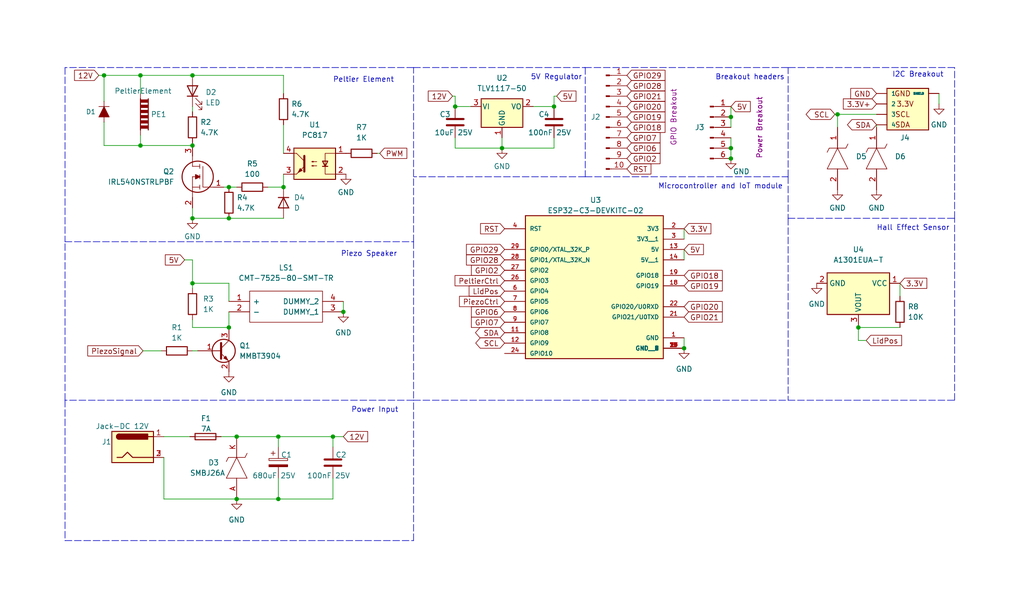
<source format=kicad_sch>
(kicad_sch (version 20211123) (generator eeschema)
  (paper "User" 250.012 150.012)
  (title_block (title "WasteBinPrototypePCB") (date "2023-05-22") (rev "V0.1") (comment 1 "Designed by: Casper R. Tak"))
  (lib_symbols
    (symbol "Connector:Conn_01x06_Male" (pin_names (offset 1.016) hide)
      (property "Reference" "J" (at 0 7.62 0))
      (property "Value" "Conn_01x06_Male" (at 0 -10.16 0))
      (symbol "Conn_01x06_Male_1_1"
        (polyline (pts (xy 1.27 -7.62) (xy 0.8636 -7.62)) (stroke (width 0.1524)))
        (polyline (pts (xy 1.27 -5.08) (xy 0.8636 -5.08)) (stroke (width 0.1524)))
        (polyline (pts (xy 1.27 -2.54) (xy 0.8636 -2.54)) (stroke (width 0.1524)))
        (polyline (pts (xy 1.27 0) (xy 0.8636 0)) (stroke (width 0.1524)))
        (polyline (pts (xy 1.27 2.54) (xy 0.8636 2.54)) (stroke (width 0.1524)))
        (polyline (pts (xy 1.27 5.08) (xy 0.8636 5.08)) (stroke (width 0.1524)))
        (rectangle (start 0.8636 -7.493) (end 0 -7.747) (stroke (width 0.1524)) (fill (type outline)))
        (rectangle (start 0.8636 -4.953) (end 0 -5.207) (stroke (width 0.1524)) (fill (type outline)))
        (rectangle (start 0.8636 -2.413) (end 0 -2.667) (stroke (width 0.1524)) (fill (type outline)))
        (rectangle (start 0.8636 0.127) (end 0 -0.127) (stroke (width 0.1524)) (fill (type outline)))
        (rectangle (start 0.8636 2.667) (end 0 2.413) (stroke (width 0.1524)) (fill (type outline)))
        (rectangle (start 0.8636 5.207) (end 0 4.953) (stroke (width 0.1524)) (fill (type outline)))
        (pin passive line (at 5.08 5.08 180) (length 3.81) (name "Pin_1") (number "1"))
        (pin passive line (at 5.08 2.54 180) (length 3.81) (name "Pin_2") (number "2"))
        (pin passive line (at 5.08 0 180) (length 3.81) (name "Pin_3") (number "3"))
        (pin passive line (at 5.08 -2.54 180) (length 3.81) (name "Pin_4") (number "4"))
        (pin passive line (at 5.08 -5.08 180) (length 3.81) (name "Pin_5") (number "5"))
        (pin passive line (at 5.08 -7.62 180) (length 3.81) (name "Pin_6") (number "6"))
      )
    )
    (symbol "Connector:Conn_01x10_Male" (pin_names (offset 1.016) hide)
      (property "Reference" "J" (at 0 12.7 0))
      (property "Value" "Conn_01x10_Male" (at 0 -15.24 0))
      (symbol "Conn_01x10_Male_1_1"
        (polyline (pts (xy 1.27 -12.7) (xy 0.8636 -12.7)) (stroke (width 0.1524)))
        (polyline (pts (xy 1.27 -10.16) (xy 0.8636 -10.16)) (stroke (width 0.1524)))
        (polyline (pts (xy 1.27 -7.62) (xy 0.8636 -7.62)) (stroke (width 0.1524)))
        (polyline (pts (xy 1.27 -5.08) (xy 0.8636 -5.08)) (stroke (width 0.1524)))
        (polyline (pts (xy 1.27 -2.54) (xy 0.8636 -2.54)) (stroke (width 0.1524)))
        (polyline (pts (xy 1.27 0) (xy 0.8636 0)) (stroke (width 0.1524)))
        (polyline (pts (xy 1.27 2.54) (xy 0.8636 2.54)) (stroke (width 0.1524)))
        (polyline (pts (xy 1.27 5.08) (xy 0.8636 5.08)) (stroke (width 0.1524)))
        (polyline (pts (xy 1.27 7.62) (xy 0.8636 7.62)) (stroke (width 0.1524)))
        (polyline (pts (xy 1.27 10.16) (xy 0.8636 10.16)) (stroke (width 0.1524)))
        (rectangle (start 0.8636 -12.573) (end 0 -12.827) (stroke (width 0.1524)) (fill (type outline)))
        (rectangle (start 0.8636 -10.033) (end 0 -10.287) (stroke (width 0.1524)) (fill (type outline)))
        (rectangle (start 0.8636 -7.493) (end 0 -7.747) (stroke (width 0.1524)) (fill (type outline)))
        (rectangle (start 0.8636 -4.953) (end 0 -5.207) (stroke (width 0.1524)) (fill (type outline)))
        (rectangle (start 0.8636 -2.413) (end 0 -2.667) (stroke (width 0.1524)) (fill (type outline)))
        (rectangle (start 0.8636 0.127) (end 0 -0.127) (stroke (width 0.1524)) (fill (type outline)))
        (rectangle (start 0.8636 2.667) (end 0 2.413) (stroke (width 0.1524)) (fill (type outline)))
        (rectangle (start 0.8636 5.207) (end 0 4.953) (stroke (width 0.1524)) (fill (type outline)))
        (rectangle (start 0.8636 7.747) (end 0 7.493) (stroke (width 0.1524)) (fill (type outline)))
        (rectangle (start 0.8636 10.287) (end 0 10.033) (stroke (width 0.1524)) (fill (type outline)))
        (pin passive line (at 5.08 10.16 180) (length 3.81) (name "Pin_1") (number "1"))
        (pin passive line (at 5.08 -12.7 180) (length 3.81) (name "Pin_10") (number "10"))
        (pin passive line (at 5.08 7.62 180) (length 3.81) (name "Pin_2") (number "2"))
        (pin passive line (at 5.08 5.08 180) (length 3.81) (name "Pin_3") (number "3"))
        (pin passive line (at 5.08 2.54 180) (length 3.81) (name "Pin_4") (number "4"))
        (pin passive line (at 5.08 0 180) (length 3.81) (name "Pin_5") (number "5"))
        (pin passive line (at 5.08 -2.54 180) (length 3.81) (name "Pin_6") (number "6"))
        (pin passive line (at 5.08 -5.08 180) (length 3.81) (name "Pin_7") (number "7"))
        (pin passive line (at 5.08 -7.62 180) (length 3.81) (name "Pin_8") (number "8"))
        (pin passive line (at 5.08 -10.16 180) (length 3.81) (name "Pin_9") (number "9"))
      )
    )
    (symbol "Connector:Jack-DC" (pin_names (offset 1.016))
      (property "Reference" "J5" (at -6.35 0 0))
      (property "Value" "Jack-DC 12V+" (at -2.54 5.08 0))
      (symbol "Jack-DC_0_1"
        (rectangle (start -5.08 3.81) (end 5.08 -3.81) (stroke (width 0.254)) (fill (type background)))
        (arc (start -3.302 3.175) (mid -3.937 2.54) (end -3.302 1.905) (stroke (width 0.254)))
        (arc (start -3.302 3.175) (mid -3.937 2.54) (end -3.302 1.905) (stroke (width 0.254)) (fill (type outline)))
        (polyline (pts (xy 5.08 2.54) (xy 3.81 2.54)) (stroke (width 0.254)))
        (polyline (pts (xy -3.81 -2.54) (xy -2.54 -2.54) (xy -1.27 -1.27) (xy 0 -2.54) (xy 2.54 -2.54) (xy 5.08 -2.54)) (stroke (width 0.254)))
        (rectangle (start 3.683 3.175) (end -3.302 1.905) (stroke (width 0.254)) (fill (type outline)))
      )
      (symbol "Jack-DC_1_1"
        (pin passive line (at 7.62 2.54 180) (length 2.54) (name "~") (number "1"))
        (pin passive line (at 7.62 -2.54 180) (length 2.54) (name "~") (number "2"))
        (pin passive line (at 7.62 -2.54 180) (length 2.54) (name "~") (number "3"))
      )
    )
    (symbol "DIODE-1N4148_1" (pin_numbers hide) (pin_names (offset 1.016) hide)
      (property "Reference" "D6" (at 0.635 -3.175 0))
      (property "Value" "DIODE-1N4148_1" (at -15.875 -1.27 90))
      (symbol "DIODE-1N4148_1_1_0"
        (polyline (pts (xy -2.54 0) (xy -1.27 0)))
        (polyline (pts (xy 1.27 0) (xy 1.27 -1.27)))
        (polyline (pts (xy 1.27 1.27) (xy 1.27 0)))
        (polyline (pts (xy 2.54 0) (xy 1.27 0)))
      )
      (symbol "DIODE-1N4148_1_1_1"
        (polyline (pts (xy -1.27 1.27) (xy 1.27 0) (xy 1.27 0) (xy -1.27 -1.27) (xy -1.27 -1.27) (xy -1.27 1.27)) (fill (type outline)))
        (pin passive line (at 2.54 0 180) (length 0) (name "C") (number "1"))
        (pin passive line (at -2.54 0 0) (length 0) (name "A") (number "2"))
      )
    )
    (symbol "Device:C" (pin_numbers hide) (pin_names (offset 0.254))
      (property "Reference" "C" (at 0.635 2.54 0))
      (property "Value" "C" (at 0.635 -2.54 0))
      (symbol "C_0_1"
        (polyline (pts (xy -2.032 -0.762) (xy 2.032 -0.762)) (stroke (width 0.508)))
        (polyline (pts (xy -2.032 0.762) (xy 2.032 0.762)) (stroke (width 0.508)))
      )
      (symbol "C_1_1"
        (pin passive line (at 0 3.81 270) (length 2.794) (name "~") (number "1"))
        (pin passive line (at 0 -3.81 90) (length 2.794) (name "~") (number "2"))
      )
    )
    (symbol "Device:C_Polarized" (pin_numbers hide) (pin_names (offset 0.254))
      (property "Reference" "C" (at 0.635 2.54 0))
      (property "Value" "C_Polarized" (at 0.635 -2.54 0))
      (symbol "C_Polarized_0_1"
        (rectangle (start -2.286 0.508) (end 2.286 1.016))
        (polyline (pts (xy -1.778 2.286) (xy -0.762 2.286)))
        (polyline (pts (xy -1.27 2.794) (xy -1.27 1.778)))
        (rectangle (start 2.286 -0.508) (end -2.286 -1.016) (fill (type outline)))
      )
      (symbol "C_Polarized_1_1"
        (pin passive line (at 0 3.81 270) (length 2.794) (name "~") (number "1"))
        (pin passive line (at 0 -3.81 90) (length 2.794) (name "~") (number "2"))
      )
    )
    (symbol "Device:D" (pin_numbers hide) (pin_names (offset 1.016) hide)
      (property "Reference" "D" (at 0 2.54 0))
      (property "Value" "D" (at 0 -2.54 0))
      (symbol "D_0_1"
        (polyline (pts (xy -1.27 1.27) (xy -1.27 -1.27)) (stroke (width 0.254)))
        (polyline (pts (xy 1.27 0) (xy -1.27 0)))
        (polyline (pts (xy 1.27 1.27) (xy 1.27 -1.27) (xy -1.27 0) (xy 1.27 1.27)) (stroke (width 0.254)))
      )
      (symbol "D_1_1"
        (pin passive line (at -3.81 0 0) (length 2.54) (name "K") (number "1"))
        (pin passive line (at 3.81 0 180) (length 2.54) (name "A") (number "2"))
      )
    )
    (symbol "Device:Fuse" (pin_numbers hide) (pin_names (offset 0))
      (property "Reference" "F" (at 2.032 0 90))
      (property "Value" "Fuse" (at -1.905 0 90))
      (symbol "Fuse_0_1"
        (rectangle (start -0.762 -2.54) (end 0.762 2.54) (stroke (width 0.254)))
        (polyline (pts (xy 0 2.54) (xy 0 -2.54)))
      )
      (symbol "Fuse_1_1"
        (pin passive line (at 0 3.81 270) (length 1.27) (name "~") (number "1"))
        (pin passive line (at 0 -3.81 90) (length 1.27) (name "~") (number "2"))
      )
    )
    (symbol "Device:LED" (pin_numbers hide) (pin_names (offset 1.016) hide)
      (property "Reference" "D" (at 0 2.54 0))
      (property "Value" "LED" (at 0 -2.54 0))
      (symbol "LED_0_1"
        (polyline (pts (xy -1.27 -1.27) (xy -1.27 1.27)) (stroke (width 0.254)))
        (polyline (pts (xy -1.27 0) (xy 1.27 0)))
        (polyline (pts (xy 1.27 -1.27) (xy 1.27 1.27) (xy -1.27 0) (xy 1.27 -1.27)) (stroke (width 0.254)))
        (polyline (pts (xy -3.048 -0.762) (xy -4.572 -2.286) (xy -3.81 -2.286) (xy -4.572 -2.286) (xy -4.572 -1.524)))
        (polyline (pts (xy -1.778 -0.762) (xy -3.302 -2.286) (xy -2.54 -2.286) (xy -3.302 -2.286) (xy -3.302 -1.524)))
      )
      (symbol "LED_1_1"
        (pin passive line (at -3.81 0 0) (length 2.54) (name "K") (number "1"))
        (pin passive line (at 3.81 0 180) (length 2.54) (name "A") (number "2"))
      )
    )
    (symbol "Device:PeltierElement" (pin_numbers hide) (pin_names (offset 0))
      (property "Reference" "PE" (at 0 3.175 0))
      (property "Value" "PeltierElement" (at 0 -1.27 0))
      (symbol "PeltierElement_0_1"
        (rectangle (start -3.556 1.905) (end -2.921 0) (fill (type outline)))
        (rectangle (start -2.286 1.905) (end -1.651 0) (fill (type outline)))
        (rectangle (start -0.381 1.905) (end -1.016 0) (fill (type outline)))
        (polyline (pts (xy -3.81 0) (xy 3.81 0)) (stroke (width 0.254)) (fill (type outline)))
        (polyline (pts (xy -3.81 1.905) (xy 3.81 1.905)) (stroke (width 0.254)))
        (rectangle (start 0.889 1.905) (end 0.254 0) (fill (type outline)))
        (rectangle (start 1.524 0) (end 2.159 1.905) (fill (type outline)))
        (rectangle (start 2.794 0) (end 3.429 1.905) (fill (type outline)))
      )
      (symbol "PeltierElement_1_1"
        (pin passive line (at -5.08 0 0) (length 1.27) (name "~") (number "1"))
        (pin passive line (at 5.08 0 180) (length 1.27) (name "~") (number "2"))
      )
    )
    (symbol "Device:R" (pin_numbers hide) (pin_names (offset 0))
      (property "Reference" "R" (at 2.032 0 90))
      (property "Value" "R" (at 0 0 90))
      (symbol "R_0_1"
        (rectangle (start -1.016 -2.54) (end 1.016 2.54) (stroke (width 0.254)))
      )
      (symbol "R_1_1"
        (pin passive line (at 0 3.81 270) (length 1.27) (name "~") (number "1"))
        (pin passive line (at 0 -3.81 90) (length 1.27) (name "~") (number "2"))
      )
    )
    (symbol "ESP32-C3-DEVKITC-02:ESP32-C3-DEVKITC-02" (pin_names (offset 1.016))
      (property "Reference" "U?" (at 0 26.035 0))
      (property "Value" "ESP32-C3-DEVKITC-02" (at 0 23.495 0))
      (symbol "ESP32-C3-DEVKITC-02_0_0"
        (rectangle (start -17.145 22.225) (end 16.51 -12.7) (stroke (width 0.254)) (fill (type background)))
        (pin power_in line (at 21.59 -7.62 180) (length 5.08) (name "GND") (number "1"))
        (pin power_in line (at 21.59 -10.16 180) (length 5.08) (name "GND__2") (number "10"))
        (pin bidirectional line (at -22.225 -6.35 0) (length 5.08) (name "GPIO8") (number "11"))
        (pin bidirectional line (at -22.225 -8.89 0) (length 5.08) (name "GPIO9") (number "12"))
        (pin power_in line (at 21.59 13.97 180) (length 5.08) (name "5V") (number "13"))
        (pin power_in line (at 21.59 11.43 180) (length 5.08) (name "5V__1") (number "14"))
        (pin power_in line (at 21.59 -10.16 180) (length 5.08) (name "GND__3") (number "15"))
        (pin power_in line (at 21.59 -10.16 180) (length 5.08) (name "GND__4") (number "16"))
        (pin power_in line (at 21.59 -10.16 180) (length 5.08) (name "GND__5") (number "17"))
        (pin bidirectional line (at 21.59 5.08 180) (length 5.08) (name "GPIO19") (number "18"))
        (pin bidirectional line (at 21.59 7.62 180) (length 5.08) (name "GPIO18") (number "19"))
        (pin power_in line (at 21.59 19.05 180) (length 5.08) (name "3V3") (number "2"))
        (pin power_in line (at 21.59 -10.16 180) (length 5.08) (name "GND__6") (number "20"))
        (pin bidirectional line (at 21.59 -2.54 180) (length 5.08) (name "GPIO21/U0TXD") (number "21"))
        (pin bidirectional line (at 21.59 0 180) (length 5.08) (name "GPIO20/U0RXD") (number "22"))
        (pin power_in line (at 21.59 -10.16 180) (length 5.08) (name "GND__7") (number "23"))
        (pin bidirectional line (at -22.225 -11.43 0) (length 5.08) (name "GPIO10") (number "24"))
        (pin power_in line (at 21.59 -10.16 180) (length 5.08) (name "GND__8") (number "25"))
        (pin bidirectional line (at -22.225 6.35 0) (length 5.08) (name "GPIO3") (number "26"))
        (pin bidirectional line (at -22.225 8.89 0) (length 5.08) (name "GPIO2") (number "27"))
        (pin bidirectional line (at -22.225 11.43 0) (length 5.08) (name "GPIO1/XTAL_32K_N") (number "28"))
        (pin bidirectional line (at -22.225 13.97 0) (length 5.08) (name "GPIO0/XTAL_32K_P") (number "29"))
        (pin power_in line (at 21.59 16.51 180) (length 5.08) (name "3V3__1") (number "3"))
        (pin power_in line (at 21.59 -10.16 180) (length 5.08) (name "GND__9") (number "30"))
        (pin input line (at -22.225 19.05 0) (length 5.08) (name "RST") (number "4"))
        (pin power_in line (at 21.59 -10.16 180) (length 5.08) (name "GND__1") (number "5"))
        (pin bidirectional line (at -22.225 3.81 0) (length 5.08) (name "GPIO4") (number "6"))
        (pin bidirectional line (at -22.225 1.27 0) (length 5.08) (name "GPIO5") (number "7"))
        (pin bidirectional line (at -22.225 -1.27 0) (length 5.08) (name "GPIO6") (number "8"))
        (pin bidirectional line (at -22.225 -3.81 0) (length 5.08) (name "GPIO7") (number "9"))
      )
    )
    (symbol "Isolator:PC817" (pin_names (offset 1.016))
      (property "Reference" "U" (at -5.08 5.08 0))
      (property "Value" "PC817" (at 0 5.08 0))
      (symbol "PC817_0_1"
        (rectangle (start -5.08 3.81) (end 5.08 -3.81) (stroke (width 0.254)) (fill (type background)))
        (polyline (pts (xy -3.175 -0.635) (xy -1.905 -0.635)) (stroke (width 0.254)))
        (polyline (pts (xy 2.54 0.635) (xy 4.445 2.54)))
        (polyline (pts (xy 4.445 -2.54) (xy 2.54 -0.635)) (fill (type outline)))
        (polyline (pts (xy 4.445 -2.54) (xy 5.08 -2.54)))
        (polyline (pts (xy 4.445 2.54) (xy 5.08 2.54)))
        (polyline (pts (xy -5.08 2.54) (xy -2.54 2.54) (xy -2.54 -0.635)))
        (polyline (pts (xy -2.54 -0.635) (xy -2.54 -2.54) (xy -5.08 -2.54)))
        (polyline (pts (xy 2.54 1.905) (xy 2.54 -1.905) (xy 2.54 -1.905)) (stroke (width 0.508)))
        (polyline (pts (xy -2.54 -0.635) (xy -3.175 0.635) (xy -1.905 0.635) (xy -2.54 -0.635)) (stroke (width 0.254)))
        (polyline (pts (xy -0.508 -0.508) (xy 0.762 -0.508) (xy 0.381 -0.635) (xy 0.381 -0.381) (xy 0.762 -0.508)))
        (polyline (pts (xy -0.508 0.508) (xy 0.762 0.508) (xy 0.381 0.381) (xy 0.381 0.635) (xy 0.762 0.508)))
        (polyline (pts (xy 3.048 -1.651) (xy 3.556 -1.143) (xy 4.064 -2.159) (xy 3.048 -1.651) (xy 3.048 -1.651)) (fill (type outline)))
      )
      (symbol "PC817_1_1"
        (pin passive line (at -7.62 2.54 0) (length 2.54) (name "~") (number "1"))
        (pin passive line (at -7.62 -2.54 0) (length 2.54) (name "~") (number "2"))
        (pin passive line (at 7.62 -2.54 180) (length 2.54) (name "~") (number "3"))
        (pin passive line (at 7.62 2.54 180) (length 2.54) (name "~") (number "4"))
      )
    )
    (symbol "Regulator_Linear:TLV1117-50" (pin_names (offset 0.254))
      (property "Reference" "U" (at -3.81 3.175 0))
      (property "Value" "TLV1117-50" (at 0 3.175 0))
      (symbol "TLV1117-50_0_1"
        (rectangle (start -5.08 -5.08) (end 5.08 1.905) (stroke (width 0.254)) (fill (type background)))
      )
      (symbol "TLV1117-50_1_1"
        (pin power_in line (at 0 -7.62 90) (length 2.54) (name "GND") (number "1"))
        (pin power_out line (at 7.62 0 180) (length 2.54) (name "VO") (number "2"))
        (pin power_in line (at -7.62 0 0) (length 2.54) (name "VI") (number "3"))
      )
    )
    (symbol "SM04B-SRSS-TB_LF__SN_:SM04B-SRSS-TB(LF)(SN)" (pin_numbers hide) (pin_names (offset 1.016))
      (property "Reference" "J?" (at -1.27 -4.445 0))
      (symbol "SM04B-SRSS-TB(LF)(SN)_0_0"
        (rectangle (start -5.08 7.62) (end 5.08 -2.54) (stroke (width 0.254)) (fill (type background)))
        (text "3.3V" (at -0.635 3.81 0) (effects (font (size 1.27 1.27))))
        (text "GND" (at -1.27 6.35 0) (effects (font (size 1.27 1.27))))
        (text "SCL" (at -1.27 1.27 0) (effects (font (size 1.27 1.27))))
        (text "SDA" (at -1.27 -1.27 0) (effects (font (size 1.27 1.27))))
        (pin passive line (at -7.62 6.35 0) (length 2.54) (name "1") (number "1"))
        (pin passive line (at -7.62 3.81 0) (length 2.54) (name "2") (number "2"))
        (pin passive line (at -7.62 1.27 0) (length 2.54) (name "3") (number "3"))
        (pin passive line (at -7.62 -1.27 0) (length 2.54) (name "4") (number "4"))
        (pin passive line (at 7.62 6.35 180) (length 2.54) (name "SHIELD") (number "S1"))
        (pin passive line (at 7.62 6.35 180) (length 2.54) (name "SHIELD") (number "S2"))
      )
    )
    (symbol "SamacSys_Parts:CMT-7525-80-SMT-TR" (pin_names (offset 0.762))
      (property "Reference" "LS" (at 24.13 7.62 0))
      (property "Value" "CMT-7525-80-SMT-TR" (at 24.13 5.08 0))
      (symbol "CMT-7525-80-SMT-TR_0_0"
        (pin passive line (at 0 0 0) (length 5.08) (name "+") (number "1"))
        (pin passive line (at 0 -2.54 0) (length 5.08) (name "-") (number "2"))
        (pin passive line (at 27.94 -2.54 180) (length 5.08) (name "DUMMY_1") (number "3"))
        (pin passive line (at 27.94 0 180) (length 5.08) (name "DUMMY_2") (number "4"))
      )
      (symbol "CMT-7525-80-SMT-TR_0_1"
        (polyline (pts (xy 5.08 2.54) (xy 22.86 2.54) (xy 22.86 -5.08) (xy 5.08 -5.08) (xy 5.08 2.54)) (stroke (width 0.1524)))
      )
    )
    (symbol "SamacSys_Parts:ESD7351HT1G" (pin_names (offset 0.762))
      (property "Reference" "D" (at 10.16 8.89 0))
      (property "Value" "ESD7351HT1G" (at 10.16 6.35 0))
      (symbol "ESD7351HT1G_0_0"
        (pin passive line (at 0 0 0) (length 5.08) (name "~") (number "1"))
        (pin passive line (at 15.24 0 180) (length 5.08) (name "~") (number "2"))
      )
      (symbol "ESD7351HT1G_0_1"
        (polyline (pts (xy 4.064 2.54) (xy 5.08 2.032)) (stroke (width 0.1524)))
        (polyline (pts (xy 5.08 -2.032) (xy 5.08 2.032)) (stroke (width 0.1524)))
        (polyline (pts (xy 5.08 -2.032) (xy 6.096 -2.54)) (stroke (width 0.1524)))
        (polyline (pts (xy 5.08 0) (xy 10.16 2.54) (xy 10.16 -2.54) (xy 5.08 0)) (stroke (width 0.1524)))
      )
    )
    (symbol "SamacSys_Parts:IRL540NSTRLPBF" (pin_names (offset 0.762))
      (property "Reference" "Q" (at 11.43 3.81 0))
      (property "Value" "IRL540NSTRLPBF" (at 11.43 1.27 0))
      (symbol "IRL540NSTRLPBF_0_0"
        (pin passive line (at 0 0 0) (length 2.54) (name "~") (number "1"))
        (pin passive line (at 7.62 -5.08 90) (length 2.54) (name "~") (number "2"))
        (pin passive line (at 7.62 10.16 270) (length 2.54) (name "~") (number "3"))
      )
      (symbol "IRL540NSTRLPBF_0_1"
        (polyline (pts (xy 5.842 -0.508) (xy 5.842 0.508)) (stroke (width 0.1524)))
        (polyline (pts (xy 5.842 0) (xy 7.62 0)) (stroke (width 0.1524)))
        (polyline (pts (xy 5.842 2.032) (xy 5.842 3.048)) (stroke (width 0.1524)))
        (polyline (pts (xy 5.842 5.588) (xy 5.842 4.572)) (stroke (width 0.1524)))
        (polyline (pts (xy 7.62 2.54) (xy 5.842 2.54)) (stroke (width 0.1524)))
        (polyline (pts (xy 7.62 2.54) (xy 7.62 -2.54)) (stroke (width 0.1524)))
        (polyline (pts (xy 7.62 5.08) (xy 5.842 5.08)) (stroke (width 0.1524)))
        (polyline (pts (xy 7.62 5.08) (xy 7.62 7.62)) (stroke (width 0.1524)))
        (polyline (pts (xy 2.54 0) (xy 5.08 0) (xy 5.08 5.08)) (stroke (width 0.1524)))
        (polyline (pts (xy 5.842 2.54) (xy 6.858 3.048) (xy 6.858 2.032) (xy 5.842 2.54)) (stroke (width 0.254)) (fill (type outline)))
        (circle (center 6.35 2.54) (radius 3.81) (stroke (width 0.254)))
      )
    )
    (symbol "SamacSys_Parts:SMBJ26A" (pin_names (offset 0.762))
      (property "Reference" "D3" (at 2.54 -8.255 90))
      (property "Value" "SMBJ26A" (at 0.635 -12.065 90))
      (symbol "SMBJ26A_0_0"
        (pin passive line (at 15.24 0 180) (length 5.08) (name "~") (number "A"))
        (pin passive line (at 0 0 0) (length 5.08) (name "~") (number "K"))
      )
      (symbol "SMBJ26A_0_1"
        (polyline (pts (xy 4.064 2.54) (xy 5.08 2.032)) (stroke (width 0.1524)))
        (polyline (pts (xy 5.08 -2.032) (xy 5.08 2.032)) (stroke (width 0.1524)))
        (polyline (pts (xy 5.08 -2.032) (xy 6.096 -2.54)) (stroke (width 0.1524)))
        (polyline (pts (xy 5.08 0) (xy 10.16 2.54) (xy 10.16 -2.54) (xy 5.08 0)) (stroke (width 0.1524)))
      )
    )
    (symbol "Sensor_Magnetic:A1301EUA-T"
      (property "Reference" "U" (at 0 11.43 0))
      (property "Value" "A1301EUA-T" (at 0 8.89 0))
      (symbol "A1301EUA-T_0_1"
        (rectangle (start -5.08 7.62) (end 5.08 -7.62) (stroke (width 0.254)) (fill (type background)))
      )
      (symbol "A1301EUA-T_1_1"
        (pin power_in line (at -2.54 10.16 270) (length 2.54) (name "VCC") (number "1"))
        (pin power_in line (at -2.54 -10.16 90) (length 2.54) (name "GND") (number "2"))
        (pin output line (at 7.62 0 180) (length 2.54) (name "VOUT") (number "3"))
      )
    )
    (symbol "Transistor_BJT:MMBT3904" (pin_names (offset 0) hide)
      (property "Reference" "Q" (at 5.08 1.905 0))
      (property "Value" "MMBT3904" (at 5.08 0 0))
      (symbol "MMBT3904_0_1"
        (polyline (pts (xy 0.635 0.635) (xy 2.54 2.54)))
        (polyline (pts (xy 0.635 -0.635) (xy 2.54 -2.54) (xy 2.54 -2.54)))
        (polyline (pts (xy 0.635 1.905) (xy 0.635 -1.905) (xy 0.635 -1.905)) (stroke (width 0.508)))
        (polyline (pts (xy 1.27 -1.778) (xy 1.778 -1.27) (xy 2.286 -2.286) (xy 1.27 -1.778) (xy 1.27 -1.778)) (fill (type outline)))
        (circle (center 1.27 0) (radius 2.8194) (stroke (width 0.254)))
      )
      (symbol "MMBT3904_1_1"
        (pin input line (at -5.08 0 0) (length 5.715) (name "B") (number "1"))
        (pin passive line (at 2.54 -5.08 90) (length 2.54) (name "E") (number "2"))
        (pin passive line (at 2.54 5.08 270) (length 2.54) (name "C") (number "3"))
      )
    )
    (symbol "power:GND" (power) (pin_names (offset 0))
      (property "Value" "GND" (at 0 -3.81 0))
      (symbol "GND_0_1"
        (polyline (pts (xy 0 0) (xy 0 -1.27) (xy 1.27 -1.27) (xy 0 -2.54) (xy -1.27 -1.27) (xy 0 -1.27)))
      )
      (symbol "GND_1_1"
        (pin power_in line (at 0 0 270) (length 0) hide (name "GND") (number "1"))
      )
    )
  )
  (junction (at 178.435 38.735))
  (junction (at 25.4 18.415))
  (junction (at 204.47 27.94))
  (junction (at 111.125 26.035))
  (junction (at 135.255 26.035))
  (junction (at 34.29 18.415))
  (junction (at 167.005 85.09))
  (junction (at 67.945 121.92))
  (junction (at 57.785 121.92))
  (junction (at 55.88 45.72))
  (junction (at 178.435 28.575))
  (junction (at 46.99 69.215))
  (junction (at 46.99 35.56))
  (junction (at 67.945 106.68))
  (junction (at 83.82 76.2))
  (junction (at 34.29 35.56))
  (junction (at 69.215 45.72))
  (junction (at 55.88 80.01))
  (junction (at 46.99 18.415))
  (junction (at 122.555 36.195))
  (junction (at 209.55 80.01))
  (junction (at 57.785 106.68))
  (junction (at 178.435 36.195))
  (junction (at 46.99 53.34))
  (junction (at 55.88 53.34))
  (junction (at 81.28 106.68))
  (wire (pts (xy 55.88 45.72) (xy 57.785 45.72)))
  (polyline (pts (xy 192.405 53.34) (xy 192.405 97.79)))
  (wire (pts (xy 67.945 116.84) (xy 67.945 121.92)))
  (polyline (pts (xy 100.965 59.055) (xy 100.965 97.79)))
  (wire (pts (xy 53.975 106.68) (xy 57.785 106.68)))
  (wire (pts (xy 111.125 26.035) (xy 114.935 26.035)))
  (wire (pts (xy 55.88 53.34) (xy 69.215 53.34)))
  (wire (pts (xy 25.4 35.56) (xy 34.29 35.56)))
  (polyline (pts (xy 15.875 132.08) (xy 100.965 132.08)))
  (wire (pts (xy 209.55 83.185) (xy 211.455 83.185)))
  (wire (pts (xy 46.99 34.925) (xy 46.99 35.56)))
  (wire (pts (xy 67.945 106.68) (xy 81.28 106.68)))
  (polyline (pts (xy 233.045 16.51) (xy 192.405 16.51)))
  (wire (pts (xy 209.55 79.375) (xy 209.55 80.01)))
  (wire (pts (xy 46.99 27.305) (xy 46.99 26.035)))
  (wire (pts (xy 83.82 73.66) (xy 83.82 76.2)))
  (polyline (pts (xy 15.875 16.51) (xy 15.875 59.055)))
  (wire (pts (xy 46.99 80.01) (xy 46.99 78.105)))
  (wire (pts (xy 25.4 29.845) (xy 25.4 35.56)))
  (wire (pts (xy 209.55 80.01) (xy 209.55 83.185)))
  (polyline (pts (xy 15.875 97.79) (xy 15.875 132.08)))
  (wire (pts (xy 167.005 82.55) (xy 167.005 85.09)))
  (wire (pts (xy 34.925 85.725) (xy 39.37 85.725)))
  (wire (pts (xy 57.785 121.92) (xy 40.005 121.92)))
  (wire (pts (xy 111.125 36.195) (xy 122.555 36.195)))
  (wire (pts (xy 67.945 106.68) (xy 67.945 109.22)))
  (wire (pts (xy 69.215 30.48) (xy 69.215 37.465)))
  (polyline (pts (xy 15.875 59.055) (xy 100.965 59.055)))
  (wire (pts (xy 135.255 36.195) (xy 135.255 33.655)))
  (wire (pts (xy 135.89 23.495) (xy 135.255 23.495)))
  (polyline (pts (xy 100.965 97.79) (xy 233.045 97.79)))
  (wire (pts (xy 111.125 36.195) (xy 111.125 33.655)))
  (wire (pts (xy 135.255 23.495) (xy 135.255 26.035)))
  (polyline (pts (xy 100.965 16.51) (xy 15.875 16.51)))
  (wire (pts (xy 46.99 85.725) (xy 48.26 85.725)))
  (wire (pts (xy 204.47 27.94) (xy 213.995 27.94)))
  (wire (pts (xy 46.99 53.34) (xy 46.99 50.8)))
  (wire (pts (xy 69.215 42.545) (xy 69.215 45.72)))
  (wire (pts (xy 178.435 33.655) (xy 178.435 36.195)))
  (wire (pts (xy 57.785 121.92) (xy 67.945 121.92)))
  (wire (pts (xy 209.55 80.01) (xy 219.71 80.01)))
  (wire (pts (xy 46.99 69.215) (xy 46.99 63.5)))
  (wire (pts (xy 178.435 28.575) (xy 178.435 31.115)))
  (wire (pts (xy 55.88 80.01) (xy 46.99 80.01)))
  (wire (pts (xy 178.435 36.195) (xy 178.435 38.735)))
  (wire (pts (xy 25.4 18.415) (xy 25.4 24.765)))
  (wire (pts (xy 167.005 60.96) (xy 167.005 63.5)))
  (polyline (pts (xy 192.405 43.18) (xy 192.405 53.34)))
  (wire (pts (xy 57.785 106.68) (xy 67.945 106.68)))
  (wire (pts (xy 40.005 121.92) (xy 40.005 111.76)))
  (wire (pts (xy 55.88 53.34) (xy 46.99 53.34)))
  (polyline (pts (xy 142.875 43.18) (xy 100.965 43.18)))
  (wire (pts (xy 213.995 30.48) (xy 213.995 31.115)))
  (polyline (pts (xy 142.875 43.18) (xy 192.405 43.18)))
  (polyline (pts (xy 142.875 16.51) (xy 142.875 43.18)))
  (wire (pts (xy 65.405 45.72) (xy 69.215 45.72)))
  (polyline (pts (xy 15.875 97.79) (xy 15.875 59.055)))
  (wire (pts (xy 54.61 45.72) (xy 55.88 45.72)))
  (wire (pts (xy 55.88 69.215) (xy 55.88 73.66)))
  (wire (pts (xy 81.28 106.68) (xy 83.82 106.68)))
  (polyline (pts (xy 192.405 16.51) (xy 142.24 16.51)))
  (wire (pts (xy 69.215 18.415) (xy 69.215 22.86)))
  (polyline (pts (xy 100.965 97.79) (xy 15.875 97.79)))
  (wire (pts (xy 81.28 121.92) (xy 81.28 116.84)))
  (wire (pts (xy 34.29 18.415) (xy 25.4 18.415)))
  (wire (pts (xy 92.71 37.465) (xy 92.075 37.465)))
  (wire (pts (xy 55.88 80.645) (xy 55.88 80.01)))
  (polyline (pts (xy 100.965 16.51) (xy 142.875 16.51)))
  (polyline (pts (xy 192.405 53.34) (xy 233.045 53.34)))
  (wire (pts (xy 34.29 35.56) (xy 46.99 35.56)))
  (wire (pts (xy 34.29 33.02) (xy 34.29 35.56)))
  (wire (pts (xy 111.125 23.495) (xy 111.125 26.035)))
  (wire (pts (xy 45.085 63.5) (xy 46.99 63.5)))
  (wire (pts (xy 81.28 106.68) (xy 81.28 109.22)))
  (wire (pts (xy 167.005 55.88) (xy 167.005 58.42)))
  (polyline (pts (xy 192.405 43.18) (xy 192.405 16.51)))
  (wire (pts (xy 34.29 18.415) (xy 46.99 18.415)))
  (wire (pts (xy 229.235 22.86) (xy 229.235 25.4)))
  (polyline (pts (xy 100.965 132.08) (xy 100.965 97.79)))
  (wire (pts (xy 55.88 76.2) (xy 55.88 80.01)))
  (wire (pts (xy 203.835 27.94) (xy 204.47 27.94)))
  (polyline (pts (xy 233.045 97.79) (xy 233.045 53.34)))
  (wire (pts (xy 130.175 26.035) (xy 135.255 26.035)))
  (polyline (pts (xy 233.045 53.34) (xy 233.045 16.51)))
  (wire (pts (xy 55.88 69.215) (xy 46.99 69.215)))
  (wire (pts (xy 24.13 18.415) (xy 25.4 18.415)))
  (wire (pts (xy 46.99 69.215) (xy 46.99 70.485)))
  (wire (pts (xy 40.005 106.68) (xy 46.355 106.68)))
  (wire (pts (xy 122.555 36.195) (xy 135.255 36.195)))
  (wire (pts (xy 122.555 36.195) (xy 122.555 33.655)))
  (wire (pts (xy 219.71 72.39) (xy 219.71 69.215)))
  (polyline (pts (xy 100.965 59.055) (xy 100.965 16.51)))
  (wire (pts (xy 34.29 22.86) (xy 34.29 18.415)))
  (wire (pts (xy 178.435 26.035) (xy 178.435 28.575)))
  (wire (pts (xy 110.49 23.495) (xy 111.125 23.495)))
  (wire (pts (xy 67.945 121.92) (xy 81.28 121.92)))
  (wire (pts (xy 46.99 18.415) (xy 69.215 18.415)))
  (wire (pts (xy 204.47 27.94) (xy 204.47 31.115)))
  (text "5V Regulator\n" (at 129.54 19.685 0) (effects (font (size 1.27 1.27)) (justify left bottom)))
  (text "Hall Effect Sensor" (at 213.995 56.515 0) (effects (font (size 1.27 1.27)) (justify left bottom)))
  (text "I2C Breakout" (at 217.805 19.05 0) (effects (font (size 1.27 1.27)) (justify left bottom)))
  (text "Peltier Element" (at 81.28 20.32 0) (effects (font (size 1.27 1.27)) (justify left bottom)))
  (text "Microcontroller and IoT module" (at 160.655 46.355 0) (effects (font (size 1.27 1.27)) (justify left bottom)))
  (text "Power Input\n" (at 85.725 100.965 0) (effects (font (size 1.27 1.27)) (justify left bottom)))
  (text "Piezo Speaker\n" (at 83.185 62.865 0) (effects (font (size 1.27 1.27)) (justify left bottom)))
  (text "Breakout headers" (at 174.625 19.685 0) (effects (font (size 1.27 1.27)) (justify left bottom)))
  (global_label "3.3V+" (shape input) (at 213.995 25.4 180) (property "Intersheet References" "${INTERSHEET_REFS}" (effects hide)))
  (global_label "3.3V" (shape input) (at 167.005 55.88 0) (property "Intersheet References" "${INTERSHEET_REFS}" (effects hide)))
  (global_label "PeltierCtrl" (shape input) (at 123.19 68.58 180) (property "Intersheet References" "${INTERSHEET_REFS}" (effects hide)))
  (global_label "12V" (shape input) (at 110.49 23.495 180) (property "Intersheet References" "${INTERSHEET_REFS}" (effects hide)))
  (global_label "RST" (shape input) (at 123.19 55.88 180) (property "Intersheet References" "${INTERSHEET_REFS}" (effects hide)))
  (global_label "SDA" (shape bidirectional) (at 123.19 81.28 180) (property "Intersheet References" "${INTERSHEET_REFS}" (effects hide)))
  (global_label "SDA" (shape bidirectional) (at 213.995 30.48 180) (property "Intersheet References" "${INTERSHEET_REFS}" (effects hide)))
  (global_label "5V" (shape input) (at 167.005 60.96 0) (property "Intersheet References" "${INTERSHEET_REFS}" (effects hide)))
  (global_label "RST" (shape input) (at 153.035 41.275 0) (property "Intersheet References" "${INTERSHEET_REFS}" (effects hide)))
  (global_label "GPIO2" (shape input) (at 153.035 38.735 0) (property "Intersheet References" "${INTERSHEET_REFS}" (effects hide)))
  (global_label "PiezoSignal" (shape input) (at 34.925 85.725 180) (property "Intersheet References" "${INTERSHEET_REFS}" (effects hide)))
  (global_label "SCL" (shape bidirectional) (at 123.19 83.82 180) (property "Intersheet References" "${INTERSHEET_REFS}" (effects hide)))
  (global_label "GPIO20" (shape input) (at 167.005 74.93 0) (property "Intersheet References" "${INTERSHEET_REFS}" (effects hide)))
  (global_label "12V" (shape input) (at 83.82 106.68 0) (property "Intersheet References" "${INTERSHEET_REFS}" (effects hide)))
  (global_label "GPIO7" (shape input) (at 153.035 33.655 0) (property "Intersheet References" "${INTERSHEET_REFS}" (effects hide)))
  (global_label "GPIO28" (shape input) (at 123.19 63.5 180) (property "Intersheet References" "${INTERSHEET_REFS}" (effects hide)))
  (global_label "5V" (shape input) (at 178.435 26.035 0) (property "Intersheet References" "${INTERSHEET_REFS}" (effects hide)))
  (global_label "GPIO28" (shape input) (at 153.035 20.955 0) (property "Intersheet References" "${INTERSHEET_REFS}" (effects hide)))
  (global_label "GPIO19" (shape input) (at 167.005 69.85 0) (property "Intersheet References" "${INTERSHEET_REFS}" (effects hide)))
  (global_label "GPIO19" (shape input) (at 153.035 28.575 0) (property "Intersheet References" "${INTERSHEET_REFS}" (effects hide)))
  (global_label "5V" (shape input) (at 45.085 63.5 180) (property "Intersheet References" "${INTERSHEET_REFS}" (effects hide)))
  (global_label "GPIO7" (shape input) (at 123.19 78.74 180) (property "Intersheet References" "${INTERSHEET_REFS}" (effects hide)))
  (global_label "GPIO20" (shape input) (at 153.035 26.035 0) (property "Intersheet References" "${INTERSHEET_REFS}" (effects hide)))
  (global_label "GPIO29" (shape input) (at 153.035 18.415 0) (property "Intersheet References" "${INTERSHEET_REFS}" (effects hide)))
  (global_label "GPIO6" (shape input) (at 153.035 36.195 0) (property "Intersheet References" "${INTERSHEET_REFS}" (effects hide)))
  (global_label "PWM" (shape input) (at 92.71 37.465 0) (property "Intersheet References" "${INTERSHEET_REFS}" (effects hide)))
  (global_label "GPIO18" (shape input) (at 153.035 31.115 0) (property "Intersheet References" "${INTERSHEET_REFS}" (effects hide)))
  (global_label "PiezoCtrl" (shape input) (at 123.19 73.66 180) (property "Intersheet References" "${INTERSHEET_REFS}" (effects hide)))
  (global_label "3.3V" (shape input) (at 219.71 69.215 0) (property "Intersheet References" "${INTERSHEET_REFS}" (effects hide)))
  (global_label "LidPos" (shape input) (at 211.455 83.185 0) (property "Intersheet References" "${INTERSHEET_REFS}" (effects hide)))
  (global_label "GPIO21" (shape input) (at 153.035 23.495 0) (property "Intersheet References" "${INTERSHEET_REFS}" (effects hide)))
  (global_label "LidPos" (shape input) (at 123.19 71.12 180) (property "Intersheet References" "${INTERSHEET_REFS}" (effects hide)))
  (global_label "GPIO21" (shape input) (at 167.005 77.47 0) (property "Intersheet References" "${INTERSHEET_REFS}" (effects hide)))
  (global_label "5V" (shape input) (at 135.89 23.495 0) (property "Intersheet References" "${INTERSHEET_REFS}" (effects hide)))
  (global_label "SCL" (shape bidirectional) (at 203.835 27.94 180) (property "Intersheet References" "${INTERSHEET_REFS}" (effects hide)))
  (global_label "GPIO6" (shape input) (at 123.19 76.2 180) (property "Intersheet References" "${INTERSHEET_REFS}" (effects hide)))
  (global_label "GPIO2" (shape input) (at 123.19 66.04 180) (property "Intersheet References" "${INTERSHEET_REFS}" (effects hide)))
  (global_label "GPIO29" (shape input) (at 123.19 60.96 180) (property "Intersheet References" "${INTERSHEET_REFS}" (effects hide)))
  (global_label "GPIO18" (shape input) (at 167.005 67.31 0) (property "Intersheet References" "${INTERSHEET_REFS}" (effects hide)))
  (global_label "GND" (shape input) (at 213.995 22.86 180) (property "Intersheet References" "${INTERSHEET_REFS}" (effects hide)))
  (global_label "12V" (shape input) (at 24.13 18.415 180) (property "Intersheet References" "${INTERSHEET_REFS}" (effects hide)))
  (symbol (lib_id "SamacSys_Parts:IRL540NSTRLPBF") (at 54.61 45.72 0) (mirror y) (unit 1)
    (property "Reference" "Q2" (at 42.545 41.9099 0) (effects (justify left)))
    (property "Value" "IRL540NSTRLPBF" (at 42.545 44.4499 0) (effects (justify left)))
    (property "Footprint" "IRF2804STRLPBF" (effects hide))
    (property "Datasheet" "https://datasheet.datasheetarchive.com/originals/distributors/Datasheets_SAMA/a976ea931f47dfa9180662a8f907d205.pdf" (effects hide))
    (property "Description" "MOSFET N-Channel HEXFET 100V 36A D2PAK Infineon IRL540NSTRLPBF N-channel MOSFET Transistor, 36 A, 100 V, 3+Tab-Pin D2PAK" (effects hide))
    (property "Height" "4.83" (effects hide))
    (property "Mouser Part Number" "942-IRL540NSTRLPBF" (effects hide))
    (property "Mouser Price/Stock" "https://www.mouser.co.uk/ProductDetail/Infineon-Technologies/IRL540NSTRLPBF?qs=9%252BKlkBgLFf2wqPOjL9rZ8Q%3D%3D" (effects hide))
    (property "Manufacturer_Name" "Infineon" (effects hide))
    (property "Manufacturer_Part_Number" "IRL540NSTRLPBF" (effects hide))
  )
  (symbol (lib_id "power:GND") (at 229.235 25.4 0) (unit 1)
    (property "Reference" "#PWR012" (effects hide))
    (property "Value" "GND" (at 229.235 30.48 0))
  )
  (symbol (lib_id "power:GND") (at 55.88 90.805 0) (unit 1)
    (property "Reference" "#PWR02" (effects hide))
    (property "Value" "GND" (at 55.88 95.885 0))
  )
  (symbol (lib_id "Connector:Conn_01x06_Male") (at 173.355 31.115 0) (unit 1)
    (property "Reference" "J3" (at 170.815 31.115 0))
    (property "Value" "Conn_01x06_Male" (effects hide))
    (property "Purpose" "Power Breakout" (at 185.42 31.115 90))
  )
  (symbol (lib_id "Transistor_BJT:MMBT3904") (at 53.34 85.725 0) (unit 1)
    (property "Reference" "Q1" (at 58.42 84.4549 0) (effects (justify left)))
    (property "Value" "MMBT3904" (at 58.42 86.9949 0) (effects (justify left)))
    (property "Footprint" "Package_TO_SOT_SMD:SOT-23" (effects hide))
    (property "Datasheet" "https://www.onsemi.com/pub/Collateral/2N3903-D.PDF" (effects hide))
  )
  (symbol (lib_id "Device:R") (at 55.88 49.53 0) (unit 1)
    (property "Reference" "R4" (at 57.785 48.2599 0) (effects (justify left)))
    (property "Value" "4.7K" (at 57.785 50.7999 0) (effects (justify left)))
  )
  (symbol (lib_id "Device:C") (at 135.255 29.845 180) (unit 1)
    (property "Reference" "C4" (at 131.445 27.94 0) (effects (justify right)))
    (property "Value" "100nF 25V" (at 128.905 32.385 0) (effects (justify right)))
    (property "Footprint" "Capacitor_SMD:C_0805_2012Metric_Pad1.18x1.45mm_HandSolder" (effects hide))
    (property "Purpose" "decoupling" (effects hide))
    (property "LCSC" "C476766" (effects hide))
  )
  (symbol (lib_id "Device:R") (at 219.71 76.2 180) (unit 1)
    (property "Reference" "R8" (at 221.615 74.9299 0) (effects (justify right)))
    (property "Value" "10K" (at 221.615 77.4699 0) (effects (justify right)))
  )
  (symbol (lib_id "power:GND") (at 84.455 42.545 0) (unit 1)
    (property "Reference" "#PWR05" (effects hide))
    (property "Value" "GND" (at 84.455 46.99 0))
  )
  (symbol (lib_id "Device:D") (at 69.215 49.53 270) (unit 1)
    (property "Reference" "D4" (at 71.755 48.2599 90) (effects (justify left)))
    (property "Value" "D" (at 71.755 50.7999 90) (effects (justify left)))
  )
  (symbol (lib_id "power:GND") (at 204.47 46.355 0) (unit 1)
    (property "Reference" "#PWR010" (effects hide))
    (property "Value" "GND" (at 204.47 50.8 0))
  )
  (symbol (lib_id "power:GND") (at 178.435 38.735 0) (unit 1)
    (property "Reference" "#PWR08" (effects hide))
    (property "Value" "GND" (at 180.975 41.91 0))
  )
  (symbol (lib_id "SamacSys_Parts:SMBJ26A") (at 57.785 106.68 270) (unit 1)
    (property "Reference" "D3" (at 50.8 113.03 90) (effects (justify left)))
    (property "Value" "SMBJ26A" (at 46.355 115.57 90) (effects (justify left)))
    (property "Footprint" "SamacSys_Parts:DIOM5436X261N" (effects hide))
    (property "Datasheet" "https://www.bourns.com/docs/product-datasheets/smbj.pdf?sfvrsn=34552159_17" (effects hide))
    (property "Mouser Part Number" "652-SMBJ26A" (effects hide))
    (property "LCSC" "C10216" (effects hide))
    (property "Purpose" "ESD" (effects hide))
  )
  (symbol (lib_id "Device:R") (at 61.595 45.72 90) (unit 1)
    (property "Reference" "R5" (at 61.595 40.005 90))
    (property "Value" "100" (at 61.595 42.545 90))
  )
  (symbol (lib_id "SM04B-SRSS-TB_LF__SN_:SM04B-SRSS-TB(LF)(SN)") (at 221.615 29.21 0) (unit 1)
    (property "Reference" "J4" (at 219.71 33.655 0) (effects (justify left)))
    (property "Value" "SM04B-SRSS-TB(LF)(SN)" (effects hide))
    (property "Footprint" "SnapEDA Library:JST_SM04B-SRSS-TB(LF)(SN)" (effects hide))
    (property "Datasheet" "https://www.farnell.com/datasheets/2082363.pdf" (effects hide))
    (property "LCSC" "C160404" (effects hide))
    (property "Purpose" "i2c connector" (effects hide))
  )
  (symbol (lib_name "DIODE-1N4148_1") (lib_id "SparkFun-DiscreteSemi:DIODE-1N4148") (at 25.4 27.305 90) (unit 1)
    (property "Reference" "D1" (at 20.955 27.305 90) (effects (font (size 1.143 1.143)) (justify right)))
    (property "Value" "DIODE-1N4148" (effects hide))
    (property "Footprint" "Diode_SMD:D_1206_3216Metric_Pad1.42x1.75mm_HandSolder" (effects hide))
    (property "Datasheet" "https://nl.mouser.com/datasheet/2/308/1/1N4148WS_D-3006419.pdf" (effects hide))
    (property "Field4" "DIO-08378" (effects hide))
    (property "Purpose" "Flyback Diode" (effects hide))
    (property "LCSC" "C2128" (effects hide))
    (property "Mouser" "512-1N4148WS" (effects hide))
  )
  (symbol (lib_id "power:GND") (at 213.995 46.355 0) (unit 1)
    (property "Reference" "#PWR011" (effects hide))
    (property "Value" "GND" (at 213.995 50.8 0))
  )
  (symbol (lib_id "power:GND") (at 199.39 69.215 0) (unit 1)
    (property "Reference" "#PWR09" (effects hide))
    (property "Value" "GND" (at 199.39 74.295 0))
  )
  (symbol (lib_id "power:GND") (at 83.82 76.2 0) (unit 1)
    (property "Reference" "#PWR04" (effects hide))
    (property "Value" "GND" (at 83.82 81.28 0))
  )
  (symbol (lib_id "Device:R") (at 46.99 74.295 180) (unit 1)
    (property "Reference" "R3" (at 49.53 73.0249 0) (effects (justify right)))
    (property "Value" "1K" (at 49.53 75.5649 0) (effects (justify right)))
  )
  (symbol (lib_id "Device:PeltierElement") (at 34.29 27.94 270) (unit 1)
    (property "Reference" "PE1" (at 38.735 27.94 90))
    (property "Value" "PeltierElement" (at 34.925 22.225 90))
    (property "Footprint" "SamacSys_Parts:1808190" (effects hide))
    (property "Datasheet" "https://www.phoenixcontact.com/en-us/products/pcb-header-ptsm-05-2-hh0-25-smd-r32-1808190?type=pdf" (effects hide))
    (property "Mouser" "651-1808190" (effects hide))
  )
  (symbol (lib_id "Isolator:PC817") (at 76.835 40.005 0) (mirror y) (unit 1)
    (property "Reference" "U1" (at 76.835 30.48 0))
    (property "Value" "PC817" (at 76.835 33.02 0))
    (property "Footprint" "Package_DIP:DIP-4_W7.62mm" (effects hide))
    (property "Datasheet" "http://www.soselectronic.cz/a_info/resource/d/pc817.pdf" (effects hide))
  )
  (symbol (lib_id "power:GND") (at 57.785 121.92 0) (unit 1)
    (property "Reference" "#PWR03" (effects hide))
    (property "Value" "GND" (at 57.785 127 0))
  )
  (symbol (lib_id "Device:R") (at 69.215 26.67 0) (unit 1)
    (property "Reference" "R6" (at 71.12 25.3999 0) (effects (justify left)))
    (property "Value" "4.7K" (at 71.12 27.9399 0) (effects (justify left)))
  )
  (symbol (lib_id "Device:R") (at 43.18 85.725 90) (unit 1)
    (property "Reference" "R1" (at 43.18 80.01 90))
    (property "Value" "1K" (at 43.18 82.55 90))
  )
  (symbol (lib_id "Device:R") (at 46.99 31.115 0) (unit 1)
    (property "Reference" "R2" (at 48.895 29.8449 0) (effects (justify left)))
    (property "Value" "4.7K" (at 48.895 32.3849 0) (effects (justify left)))
  )
  (symbol (lib_id "SamacSys_Parts:CMT-7525-80-SMT-TR") (at 55.88 73.66 0) (unit 1)
    (property "Reference" "LS1" (at 69.85 65.405 0))
    (property "Value" "CMT-7525-80-SMT-TR" (at 69.85 67.945 0))
    (property "Footprint" "CMT752580SMTTR" (effects hide))
    (property "Datasheet" "https://www.cuidevices.com/product/resource/cmt-7525-80-smt-tr.pdf" (effects hide))
    (property "Description" "Piezo Buzzers & Audio Indicators buzzer, 7.5 mm, 2.5 mm deep, M, 3.6 V, 80 dB, Surface Mount (SMT), Audio Transducer" (effects hide))
    (property "Height" "2.7" (effects hide))
    (property "Mouser Part Number" "490-CMT-7525-80SMTTR" (effects hide))
    (property "Mouser Price/Stock" "https://www.mouser.co.uk/ProductDetail/CUI-Devices/CMT-7525-80-SMT-TR?qs=P1JMDcb91o5izP7Xira9ww%3D%3D" (effects hide))
    (property "Manufacturer_Name" "CUI Devices" (effects hide))
    (property "Manufacturer_Part_Number" "CMT-7525-80-SMT-TR" (effects hide))
  )
  (symbol (lib_id "Connector:Conn_01x10_Male") (at 147.955 28.575 0) (unit 1)
    (property "Reference" "J2" (at 145.415 28.575 0))
    (property "Value" "Conn_01x10_Male" (effects hide))
    (property "Purpose" "GPIO Breakout" (at 164.465 28.575 90))
  )
  (symbol (lib_id "power:GND") (at 167.005 85.09 0) (unit 1)
    (property "Reference" "#PWR07" (effects hide))
    (property "Value" "GND" (at 167.005 90.17 0))
  )
  (symbol (lib_id "power:GND") (at 46.99 53.34 0) (unit 1)
    (property "Reference" "#PWR01" (effects hide))
    (property "Value" "GND" (at 46.99 57.785 0))
  )
  (symbol (lib_id "Device:C") (at 81.28 113.03 0) (unit 1)
    (property "Reference" "C2" (at 81.915 111.125 0) (effects (justify left)))
    (property "Value" "100nF 25V" (at 74.93 116.205 0) (effects (justify left)))
    (property "Footprint" "Capacitor_SMD:C_0805_2012Metric_Pad1.18x1.45mm_HandSolder" (effects hide))
    (property "LCSC" "C476766" (effects hide))
  )
  (symbol (lib_id "Connector:Jack-DC") (at 32.385 109.22 0) (unit 1)
    (property "Reference" "J1" (at 26.035 107.95 0))
    (property "Value" "Jack-DC 12V" (at 29.845 104.14 0))
    (property "Footprint" "Connector_BarrelJack:BarrelJack_Wuerth_6941xx301002" (effects hide))
    (property "Datasheet" "https://nl.mouser.com/datasheet/2/445/694106301002-1719831.pdf" (effects hide))
    (property "Purpose" "Main power input connector" (effects hide))
    (property "Mouser" "710-694106301002" (effects hide))
  )
  (symbol (lib_id "power:GND") (at 122.555 36.195 0) (unit 1)
    (property "Reference" "#PWR06" (effects hide))
    (property "Value" "GND" (at 122.555 40.64 0))
  )
  (symbol (lib_id "Sensor_Magnetic:A1301EUA-T") (at 209.55 71.755 270) (unit 1)
    (property "Reference" "U4" (at 209.55 60.96 90))
    (property "Value" "A1301EUA-T" (at 209.55 63.5 90))
    (property "Datasheet" "http://www.allegromicro.com/~/media/Files/Datasheets/A1301-2-Datasheet.ashx" (effects hide))
  )
  (symbol (lib_id "SamacSys_Parts:ESD7351HT1G") (at 204.47 31.115 270) (unit 1)
    (property "Reference" "D5" (at 208.915 38.2269 90) (effects (justify left)))
    (property "Value" "ESD7351HT1G" (effects hide))
    (property "Footprint" "SamacSys_Parts:SOD2512X110N" (effects hide))
    (property "Datasheet" "https://componentsearchengine.com/Datasheets/1/ESD7351HT1G.pdf" (effects hide))
    (property "Description" "ESD Suppressors / TVS Diodes UNIDIRECTIONAL 3.3V ESD PR" (effects hide))
    (property "Height" "1.1" (effects hide))
    (property "Mouser Part Number" "863-ESD7351HT1G" (effects hide))
    (property "Mouser Price/Stock" "https://www.mouser.co.uk/ProductDetail/onsemi/ESD7351HT1G?qs=dbuNSGnowt39rUvUpno3Rw%3D%3D" (effects hide))
    (property "Manufacturer_Name" "onsemi" (effects hide))
    (property "Manufacturer_Part_Number" "ESD7351HT1G" (effects hide))
    (property "Purpose" "TVS diode" (effects hide))
    (property "LCSC" "C233436" (effects hide))
  )
  (symbol (lib_id "Regulator_Linear:TLV1117-50") (at 122.555 26.035 0) (unit 1)
    (property "Reference" "U2" (at 122.555 19.05 0))
    (property "Value" "TLV1117-50" (at 122.555 21.59 0))
    (property "Datasheet" "http://www.ti.com/lit/ds/symlink/tlv1117.pdf" (effects hide))
  )
  (symbol (lib_id "SamacSys_Parts:ESD7351HT1G") (at 213.995 31.115 270) (unit 1)
    (property "Reference" "D6" (at 218.44 38.2269 90) (effects (justify left)))
    (property "Value" "ESD7351HT1G" (effects hide))
    (property "Footprint" "SamacSys_Parts:SOD2512X110N" (effects hide))
    (property "Datasheet" "https://componentsearchengine.com/Datasheets/1/ESD7351HT1G.pdf" (effects hide))
    (property "Description" "ESD Suppressors / TVS Diodes UNIDIRECTIONAL 3.3V ESD PR" (effects hide))
    (property "Height" "1.1" (effects hide))
    (property "Mouser Part Number" "863-ESD7351HT1G" (effects hide))
    (property "Mouser Price/Stock" "https://www.mouser.co.uk/ProductDetail/onsemi/ESD7351HT1G?qs=dbuNSGnowt39rUvUpno3Rw%3D%3D" (effects hide))
    (property "Manufacturer_Name" "onsemi" (effects hide))
    (property "Manufacturer_Part_Number" "ESD7351HT1G" (effects hide))
    (property "Purpose" "TVS diode" (effects hide))
    (property "LCSC" "C233436" (effects hide))
  )
  (symbol (lib_id "Device:C_Polarized") (at 67.945 113.03 0) (unit 1)
    (property "Reference" "C1" (at 68.58 111.125 0) (effects (justify left)))
    (property "Value" "680uF 25V" (at 61.595 116.205 0) (effects (justify left)))
    (property "Footprint" "Capacitor_SMD:CP_Elec_8x10" (effects hide))
    (property "Manufacturer_Part_Number" "C3339" (effects hide))
    (property "Purpose" "decoupling" (effects hide))
    (property "LCSC" "C445063" (effects hide))
  )
  (symbol (lib_id "Device:C") (at 111.125 29.845 0) (unit 1)
    (property "Reference" "C3" (at 107.315 27.94 0) (effects (justify left)))
    (property "Value" "10uF 25V" (at 106.045 32.385 0) (effects (justify left)))
    (property "Footprint" "Capacitor_SMD:C_0805_2012Metric_Pad1.18x1.45mm_HandSolder" (effects hide))
    (property "Manufacturer_Part_Number" "C9807" (effects hide))
    (property "Purpose" "decoupling" (effects hide))
    (property "LCSC" "C15850" (effects hide))
  )
  (symbol (lib_id "Device:LED") (at 46.99 22.225 90) (unit 1)
    (property "Reference" "D2" (at 50.165 22.5424 90) (effects (justify right)))
    (property "Value" "LED" (at 50.165 25.0824 90) (effects (justify right)))
  )
  (symbol (lib_id "ESP32-C3-DEVKITC-02:ESP32-C3-DEVKITC-02") (at 145.415 74.93 0) (unit 1)
    (property "Reference" "U3" (at 145.415 48.895 0))
    (property "Value" "ESP32-C3-DEVKITC-02" (at 145.415 51.435 0))
    (property "Footprint" "SnapEDA Library:XCVR_ESP32-C3-DEVKITC-02" (effects hide))
    (property "MANUFACTURER" "Espressif" (effects hide))
    (property "STANDARD" "Manufacturer Recommendations" (effects hide))
  )
  (symbol (lib_id "Device:R") (at 88.265 37.465 90) (unit 1)
    (property "Reference" "R7" (at 88.265 31.115 90))
    (property "Value" "1K" (at 88.265 33.655 90))
  )
  (symbol (lib_id "Device:Fuse") (at 50.165 106.68 90) (unit 1)
    (property "Reference" "F1" (at 50.292 102.235 90))
    (property "Value" "7A" (at 50.292 104.775 90))
    (property "Footprint" "Fuse:Fuse_2010_5025Metric_Pad1.52x2.65mm_HandSolder" (effects hide))
    (property "LCSC" "C136353" (effects hide))
  )
)
</source>
